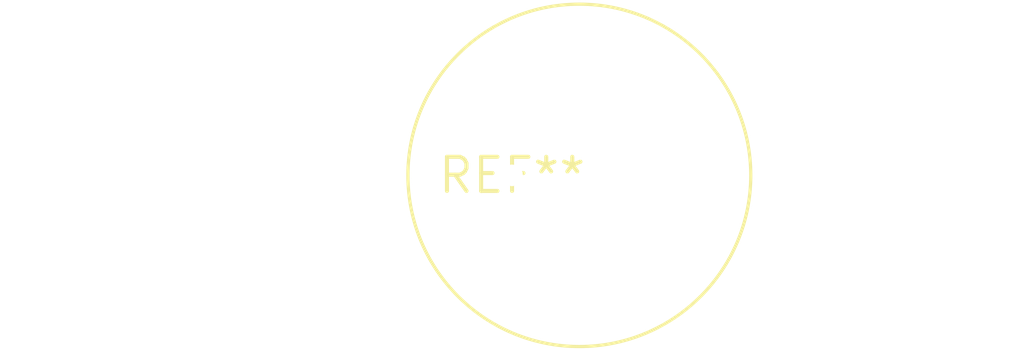
<source format=kicad_pcb>
(kicad_pcb (version 20240108) (generator pcbnew)
  (layers (0 "F.Cu" signal) (31 "B.Cu" signal) (34 "B.Paste" user) (35 "F.Paste" user) (36 "B.SilkS" user "B.Silkscreen") (37 "F.SilkS" user "F.Silkscreen") (38 "B.Mask" user) (39 "F.Mask" user) (44 "Edge.Cuts" user))
  (net 0 "")
  (footprint "C_Radial_D12.5mm_H25.0mm_P5.00mm" (layer "F.Cu") (at 0 0)
    (property "Reference" "REF**")
    (property "Value" "C_Radial_D12.5mm_H25.0mm_P5.00mm")
    (fp_circle (center 2.5 0) (end 8.87 0) (layer "F.SilkS") (stroke (width 0.12)) (fill none))
    (pad "1" thru_hole circle (at 0 0) (size 1.6 1.6) (drill 0.8) (layers *.Cu *.Mask) (remove_unused_layers))
    (pad "2" thru_hole circle (at 5 0) (size 1.6 1.6) (drill 0.8) (layers *.Cu *.Mask) (remove_unused_layers))
  )
)
</source>
